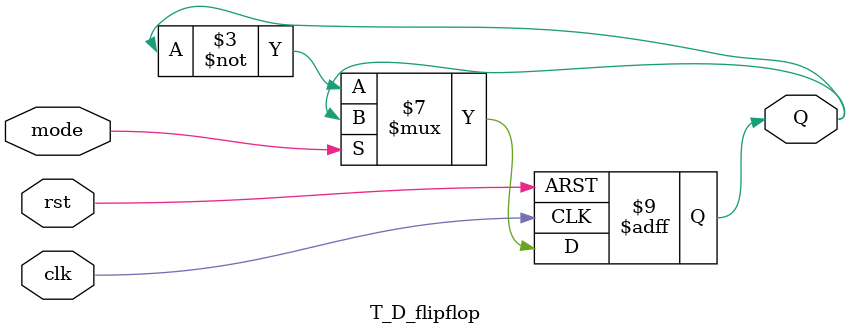
<source format=v>
module T_D_flipflop(
    input wire clk, rst, mode,
    output reg Q
);

always @(posedge clk or posedge rst) begin
if (rst)
Q<=0;
else if (mode == 0) // acting as T-flipflop
Q <= ~Q;
else if (mode == 1) // acting as D-flipflop
Q <= Q;
end
endmodule

</source>
